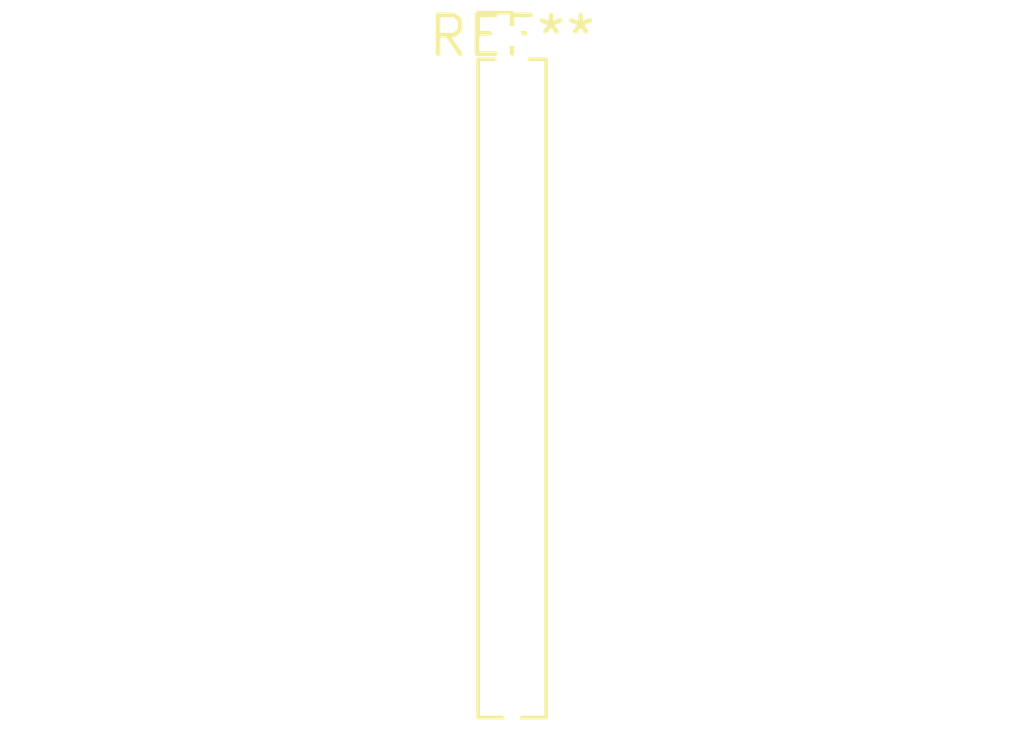
<source format=kicad_pcb>
(kicad_pcb (version 20240108) (generator pcbnew)
  (layers (0 "F.Cu" signal) (31 "B.Cu" signal) (34 "B.Paste" user) (35 "F.Paste" user) (36 "B.SilkS" user "B.Silkscreen") (37 "F.SilkS" user "F.Silkscreen") (38 "B.Mask" user) (39 "F.Mask" user) (44 "Edge.Cuts" user))
  (net 0 "")
  (footprint "PinHeader_1x18_P1.27mm_Vertical" (layer "F.Cu") (at 0 0)
    (property "Reference" "REF**")
    (property "Value" "PinHeader_1x18_P1.27mm_Vertical")
    (fp_line (start -1.11 -0.76) (end 0 -0.76) (layer "F.SilkS") (stroke (width 0.12)))
    (fp_line (start -1.11 0) (end -1.11 -0.76) (layer "F.SilkS") (stroke (width 0.12)))
    (fp_line (start -1.11 0.76) (end -1.11 22.285) (layer "F.SilkS") (stroke (width 0.12)))
    (fp_line (start -1.11 0.76) (end -0.563471 0.76) (layer "F.SilkS") (stroke (width 0.12)))
    (fp_line (start -1.11 22.285) (end -0.30753 22.285) (layer "F.SilkS") (stroke (width 0.12)))
    (fp_line (start 0.30753 22.285) (end 1.11 22.285) (layer "F.SilkS") (stroke (width 0.12)))
    (fp_line (start 0.563471 0.76) (end 1.11 0.76) (layer "F.SilkS") (stroke (width 0.12)))
    (fp_line (start 1.11 0.76) (end 1.11 22.285) (layer "F.SilkS") (stroke (width 0.12)))
    (pad "1" thru_hole rect (at 0 0) (size 1 1) (drill 0.65) (layers *.Cu *.Mask) (remove_unused_layers))
    (pad "2" thru_hole oval (at 0 1.27) (size 1 1) (drill 0.65) (layers *.Cu *.Mask) (remove_unused_layers))
    (pad "3" thru_hole oval (at 0 2.54) (size 1 1) (drill 0.65) (layers *.Cu *.Mask) (remove_unused_layers))
    (pad "4" thru_hole oval (at 0 3.81) (size 1 1) (drill 0.65) (layers *.Cu *.Mask) (remove_unused_layers))
    (pad "5" thru_hole oval (at 0 5.08) (size 1 1) (drill 0.65) (layers *.Cu *.Mask) (remove_unused_layers))
    (pad "6" thru_hole oval (at 0 6.35) (size 1 1) (drill 0.65) (layers *.Cu *.Mask) (remove_unused_layers))
    (pad "7" thru_hole oval (at 0 7.62) (size 1 1) (drill 0.65) (layers *.Cu *.Mask) (remove_unused_layers))
    (pad "8" thru_hole oval (at 0 8.89) (size 1 1) (drill 0.65) (layers *.Cu *.Mask) (remove_unused_layers))
    (pad "9" thru_hole oval (at 0 10.16) (size 1 1) (drill 0.65) (layers *.Cu *.Mask) (remove_unused_layers))
    (pad "10" thru_hole oval (at 0 11.43) (size 1 1) (drill 0.65) (layers *.Cu *.Mask) (remove_unused_layers))
    (pad "11" thru_hole oval (at 0 12.7) (size 1 1) (drill 0.65) (layers *.Cu *.Mask) (remove_unused_layers))
    (pad "12" thru_hole oval (at 0 13.97) (size 1 1) (drill 0.65) (layers *.Cu *.Mask) (remove_unused_layers))
    (pad "13" thru_hole oval (at 0 15.24) (size 1 1) (drill 0.65) (layers *.Cu *.Mask) (remove_unused_layers))
    (pad "14" thru_hole oval (at 0 16.51) (size 1 1) (drill 0.65) (layers *.Cu *.Mask) (remove_unused_layers))
    (pad "15" thru_hole oval (at 0 17.78) (size 1 1) (drill 0.65) (layers *.Cu *.Mask) (remove_unused_layers))
    (pad "16" thru_hole oval (at 0 19.05) (size 1 1) (drill 0.65) (layers *.Cu *.Mask) (remove_unused_layers))
    (pad "17" thru_hole oval (at 0 20.32) (size 1 1) (drill 0.65) (layers *.Cu *.Mask) (remove_unused_layers))
    (pad "18" thru_hole oval (at 0 21.59) (size 1 1) (drill 0.65) (layers *.Cu *.Mask) (remove_unused_layers))
  )
)
</source>
